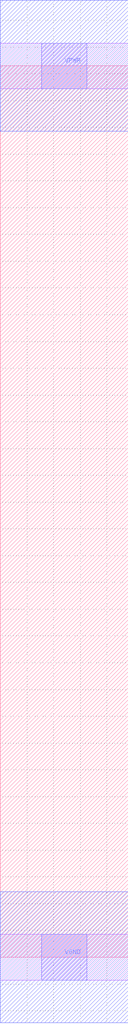
<source format=lef>
# Copyright 2020 The SkyWater PDK Authors
#
# Licensed under the Apache License, Version 2.0 (the "License");
# you may not use this file except in compliance with the License.
# You may obtain a copy of the License at
#
#     https://www.apache.org/licenses/LICENSE-2.0
#
# Unless required by applicable law or agreed to in writing, software
# distributed under the License is distributed on an "AS IS" BASIS,
# WITHOUT WARRANTIES OR CONDITIONS OF ANY KIND, either express or implied.
# See the License for the specific language governing permissions and
# limitations under the License.
#
# SPDX-License-Identifier: Apache-2.0

VERSION 5.7 ;
  NAMESCASESENSITIVE ON ;
  NOWIREEXTENSIONATPIN ON ;
  DIVIDERCHAR "/" ;
  BUSBITCHARS "[]" ;
UNITS
  DATABASE MICRONS 200 ;
END UNITS
MACRO sky130_fd_sc_hs__fill_1
  CLASS CORE ;
  SOURCE USER ;
  FOREIGN sky130_fd_sc_hs__fill_1 ;
  ORIGIN  0.000000  0.000000 ;
  SIZE  0.480000 BY  3.330000 ;
  SYMMETRY X Y ;
  SITE unit ;
  PIN VGND
    DIRECTION INOUT ;
    USE GROUND ;
    PORT
      LAYER li1 ;
        RECT 0.000000 -0.085000 0.480000 0.085000 ;
      LAYER mcon ;
        RECT 0.155000 -0.085000 0.325000 0.085000 ;
      LAYER met1 ;
        RECT 0.000000 -0.245000 0.480000 0.245000 ;
    END
  END VGND
  PIN VPWR
    DIRECTION INOUT ;
    USE POWER ;
    PORT
      LAYER li1 ;
        RECT 0.000000 3.245000 0.480000 3.415000 ;
      LAYER mcon ;
        RECT 0.155000 3.245000 0.325000 3.415000 ;
      LAYER met1 ;
        RECT 0.000000 3.085000 0.480000 3.575000 ;
    END
  END VPWR
END sky130_fd_sc_hs__fill_1

</source>
